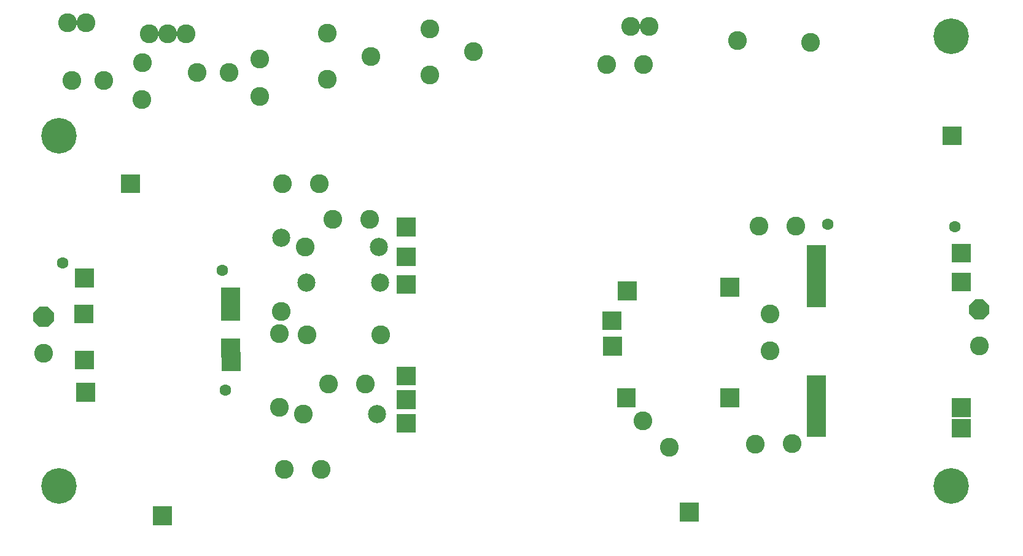
<source format=gbr>
%FSLAX34Y34*%
%MOMM*%
%LNSOLDERMASK_TOP*%
G71*
G01*
%ADD10C,2.600*%
%ADD11C,2.600*%
%ADD12C,4.900*%
%ADD13C,1.600*%
%ADD14C,2.500*%
%LPD*%
X-192662Y320670D02*
G54D10*
D03*
X-192662Y257170D02*
G54D10*
D03*
X-132337Y288920D02*
G54D10*
D03*
G36*
X-96650Y25700D02*
X-70650Y25700D01*
X-70650Y-300D01*
X-96650Y-300D01*
X-96650Y25700D01*
G37*
G36*
X-96650Y-12400D02*
X-70650Y-12400D01*
X-70650Y-38400D01*
X-96650Y-38400D01*
X-96650Y-12400D01*
G37*
G36*
X-96650Y66975D02*
X-70650Y66975D01*
X-70650Y40975D01*
X-96650Y40975D01*
X-96650Y66975D01*
G37*
G36*
X-96650Y-171150D02*
X-70650Y-171150D01*
X-70650Y-197150D01*
X-96650Y-197150D01*
X-96650Y-171150D01*
G37*
G36*
X-96650Y-203693D02*
X-70650Y-203693D01*
X-70650Y-229693D01*
X-96650Y-229693D01*
X-96650Y-203693D01*
G37*
G36*
X-96650Y-138606D02*
X-70650Y-138606D01*
X-70650Y-164606D01*
X-96650Y-164606D01*
X-96650Y-138606D01*
G37*
X-550735Y335664D02*
G54D10*
D03*
X-525235Y335664D02*
G54D10*
D03*
X-192662Y257170D02*
G54D10*
D03*
X-438112Y319845D02*
G54D10*
D03*
X-412712Y319845D02*
G54D10*
D03*
X-387312Y319845D02*
G54D10*
D03*
X-447725Y280364D02*
G54D10*
D03*
X-447837Y229383D02*
G54D10*
D03*
X-412712Y319845D02*
G54D10*
D03*
X-447837Y229383D02*
G54D10*
D03*
X-447837Y229383D02*
G54D10*
D03*
G36*
X208182Y-21106D02*
X234182Y-21106D01*
X234182Y-47106D01*
X208182Y-47106D01*
X208182Y-21106D01*
G37*
G36*
X206832Y-168744D02*
X232832Y-168744D01*
X232832Y-194744D01*
X206832Y-194744D01*
X206832Y-168744D01*
G37*
G36*
X349706Y-16344D02*
X375706Y-16344D01*
X375706Y-42344D01*
X349706Y-42344D01*
X349706Y-16344D01*
G37*
X-133855Y64545D02*
G54D10*
D03*
X-184835Y64433D02*
G54D10*
D03*
X-140204Y-162467D02*
G54D10*
D03*
X-191185Y-162580D02*
G54D10*
D03*
X-203704Y113758D02*
G54D10*
D03*
X-254685Y113645D02*
G54D10*
D03*
X-200529Y-279942D02*
G54D10*
D03*
X-251510Y-280055D02*
G54D10*
D03*
X453521Y55020D02*
G54D10*
D03*
X402540Y54908D02*
G54D10*
D03*
G36*
X468982Y29194D02*
X494982Y29194D01*
X494982Y3194D01*
X468982Y3194D01*
X468982Y29194D01*
G37*
G36*
X669006Y30782D02*
X695006Y30782D01*
X695006Y4782D01*
X669006Y4782D01*
X669006Y30782D01*
G37*
X682006Y-223518D02*
G54D11*
D03*
X242894Y-213328D02*
G54D10*
D03*
X279022Y-249297D02*
G54D10*
D03*
X279022Y-249297D02*
G54D10*
D03*
G36*
X349706Y-168744D02*
X375706Y-168744D01*
X375706Y-194744D01*
X349706Y-194744D01*
X349706Y-168744D01*
G37*
X448758Y-245017D02*
G54D10*
D03*
X397778Y-245130D02*
G54D10*
D03*
X418109Y-66040D02*
G54D10*
D03*
X418221Y-117020D02*
G54D10*
D03*
X418221Y-117020D02*
G54D10*
D03*
X418221Y-117020D02*
G54D10*
D03*
G36*
X468982Y-208930D02*
X494982Y-208930D01*
X494982Y-234930D01*
X468982Y-234930D01*
X468982Y-208930D01*
G37*
G36*
X695006Y-236518D02*
X669006Y-236518D01*
X669006Y-210518D01*
X695006Y-210518D01*
X695006Y-236518D01*
G37*
X-500774Y255798D02*
G54D10*
D03*
X-544605Y255798D02*
G54D10*
D03*
X-500774Y255798D02*
G54D10*
D03*
X-327737Y266910D02*
G54D10*
D03*
X-371568Y266910D02*
G54D10*
D03*
X-327737Y266910D02*
G54D10*
D03*
X-285800Y285126D02*
G54D10*
D03*
X-285912Y234145D02*
G54D10*
D03*
X-285912Y234145D02*
G54D10*
D03*
X-285912Y234145D02*
G54D10*
D03*
X-51374Y327020D02*
G54D10*
D03*
X-51374Y263520D02*
G54D10*
D03*
X8951Y295270D02*
G54D10*
D03*
X-51374Y263520D02*
G54D10*
D03*
X-258179Y-194527D02*
G54D10*
D03*
X-118844Y-94730D02*
G54D10*
D03*
X243971Y278064D02*
G54D10*
D03*
X192990Y277952D02*
G54D10*
D03*
X192990Y277952D02*
G54D10*
D03*
X473684Y308422D02*
G54D10*
D03*
X372756Y311150D02*
G54D10*
D03*
G36*
X-540356Y-3669D02*
X-514356Y-3669D01*
X-514356Y-29669D01*
X-540356Y-29669D01*
X-540356Y-3669D01*
G37*
G36*
X-538768Y-160831D02*
X-512768Y-160831D01*
X-512768Y-186831D01*
X-538768Y-186831D01*
X-538768Y-160831D01*
G37*
G36*
X-338744Y-29863D02*
X-312744Y-29863D01*
X-312744Y-55863D01*
X-338744Y-55863D01*
X-338744Y-29863D01*
G37*
G36*
X-337831Y-118763D02*
X-311831Y-118763D01*
X-311831Y-144763D01*
X-337831Y-144763D01*
X-337831Y-118763D01*
G37*
G36*
X-541150Y-52882D02*
X-515150Y-52882D01*
X-515150Y-78882D01*
X-541150Y-78882D01*
X-541150Y-52882D01*
G37*
G36*
X-540356Y-116381D02*
X-514356Y-116381D01*
X-514356Y-142381D01*
X-540356Y-142381D01*
X-540356Y-116381D01*
G37*
G36*
X669006Y-8906D02*
X695006Y-8906D01*
X695006Y-34906D01*
X669006Y-34906D01*
X669006Y-8906D01*
G37*
G36*
X695006Y-207943D02*
X669006Y-207943D01*
X669006Y-181943D01*
X695006Y-181943D01*
X695006Y-207943D01*
G37*
X-562531Y-303144D02*
G54D12*
D03*
X-562106Y179406D02*
G54D12*
D03*
G36*
X-433023Y-330813D02*
X-407023Y-330813D01*
X-407023Y-356813D01*
X-433023Y-356813D01*
X-433023Y-330813D01*
G37*
G36*
X656064Y192600D02*
X682064Y192600D01*
X682064Y166600D01*
X656064Y166600D01*
X656064Y192600D01*
G37*
G36*
X293414Y-325813D02*
X319414Y-325813D01*
X319414Y-351813D01*
X293414Y-351813D01*
X293414Y-325813D01*
G37*
G36*
X-477036Y126500D02*
X-451036Y126500D01*
X-451036Y100500D01*
X-477036Y100500D01*
X-477036Y126500D01*
G37*
X225452Y330107D02*
G54D10*
D03*
X250952Y330108D02*
G54D10*
D03*
X497856Y57469D02*
G54D13*
D03*
X-336856Y-5556D02*
G54D13*
D03*
X-332887Y-170656D02*
G54D13*
D03*
X672482Y54294D02*
G54D13*
D03*
X-258179Y-92927D02*
G54D14*
D03*
X-255894Y-62707D02*
G54D10*
D03*
X-255894Y-62707D02*
G54D14*
D03*
X-255894Y38894D02*
G54D14*
D03*
X-258179Y-92927D02*
G54D10*
D03*
X-220444Y-94730D02*
G54D10*
D03*
X-118844Y-94730D02*
G54D14*
D03*
X-119368Y-23018D02*
G54D14*
D03*
X-220968Y-23018D02*
G54D14*
D03*
X-225206Y-204268D02*
G54D10*
D03*
X-123606Y-204268D02*
G54D14*
D03*
X-225206Y-204268D02*
G54D14*
D03*
X-222793Y26194D02*
G54D10*
D03*
X-121193Y26194D02*
G54D14*
D03*
X-222793Y26194D02*
G54D14*
D03*
G36*
X-597650Y-64190D02*
X-589460Y-56000D01*
X-577840Y-56000D01*
X-569650Y-64190D01*
X-569650Y-75810D01*
X-577840Y-84000D01*
X-589460Y-84000D01*
X-597650Y-75810D01*
X-597650Y-64190D01*
G37*
X-583650Y-120000D02*
G54D10*
D03*
G36*
X692350Y-54190D02*
X700540Y-46000D01*
X712160Y-46000D01*
X720350Y-54190D01*
X720350Y-65810D01*
X712160Y-74000D01*
X700540Y-74000D01*
X692350Y-65810D01*
X692350Y-54190D01*
G37*
X706350Y-110000D02*
G54D10*
D03*
X667469Y-303144D02*
G54D12*
D03*
X667469Y316856D02*
G54D12*
D03*
X-557518Y4294D02*
G54D13*
D03*
G36*
X186719Y-62406D02*
X212719Y-62406D01*
X212719Y-88406D01*
X186719Y-88406D01*
X186719Y-62406D01*
G37*
G36*
X187781Y-97306D02*
X213781Y-97306D01*
X213781Y-123306D01*
X187781Y-123306D01*
X187781Y-97306D01*
G37*
G36*
X-338744Y-48913D02*
X-312744Y-48913D01*
X-312744Y-74913D01*
X-338744Y-74913D01*
X-338744Y-48913D01*
G37*
G36*
X-338744Y-99713D02*
X-312744Y-99713D01*
X-312744Y-125713D01*
X-338744Y-125713D01*
X-338744Y-99713D01*
G37*
G36*
X468982Y9195D02*
X494982Y9195D01*
X494982Y-16805D01*
X468982Y-16805D01*
X468982Y9195D01*
G37*
G36*
X468982Y-10805D02*
X494982Y-10805D01*
X494982Y-36805D01*
X468982Y-36805D01*
X468982Y-10805D01*
G37*
G36*
X468982Y-189806D02*
X494982Y-189806D01*
X494982Y-215806D01*
X468982Y-215806D01*
X468982Y-189806D01*
G37*
G36*
X468982Y-170806D02*
X494982Y-170806D01*
X494982Y-196806D01*
X468982Y-196806D01*
X468982Y-170806D01*
G37*
G36*
X468982Y-150806D02*
X494982Y-150806D01*
X494982Y-176806D01*
X468982Y-176806D01*
X468982Y-150806D01*
G37*
G36*
X468982Y-30805D02*
X494982Y-30805D01*
X494982Y-56805D01*
X468982Y-56805D01*
X468982Y-30805D01*
G37*
M02*

</source>
